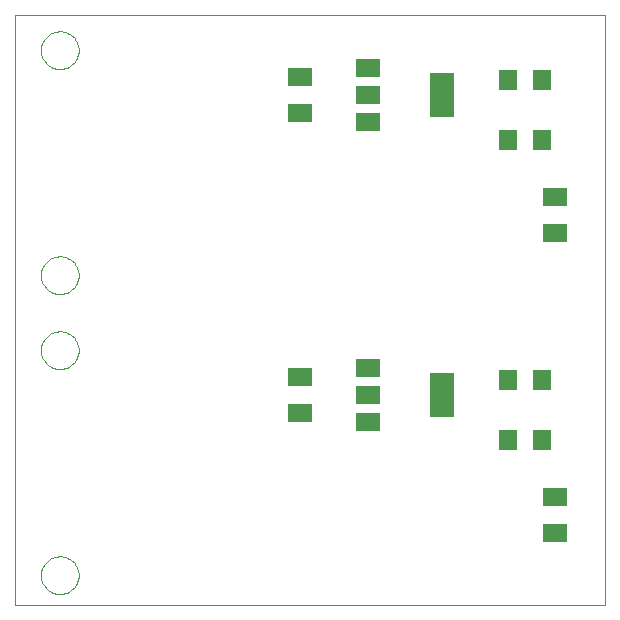
<source format=gtp>
G75*
%MOIN*%
%OFA0B0*%
%FSLAX24Y24*%
%IPPOS*%
%LPD*%
%AMOC8*
5,1,8,0,0,1.08239X$1,22.5*
%
%ADD10C,0.0000*%
%ADD11R,0.0787X0.0591*%
%ADD12R,0.0787X0.1496*%
%ADD13R,0.0630X0.0710*%
D10*
X000100Y000100D02*
X000100Y019785D01*
X019785Y019785D01*
X019785Y000100D01*
X000100Y000100D01*
X000970Y001100D02*
X000972Y001150D01*
X000978Y001200D01*
X000988Y001249D01*
X001002Y001297D01*
X001019Y001344D01*
X001040Y001389D01*
X001065Y001433D01*
X001093Y001474D01*
X001125Y001513D01*
X001159Y001550D01*
X001196Y001584D01*
X001236Y001614D01*
X001278Y001641D01*
X001322Y001665D01*
X001368Y001686D01*
X001415Y001702D01*
X001463Y001715D01*
X001513Y001724D01*
X001562Y001729D01*
X001613Y001730D01*
X001663Y001727D01*
X001712Y001720D01*
X001761Y001709D01*
X001809Y001694D01*
X001855Y001676D01*
X001900Y001654D01*
X001943Y001628D01*
X001984Y001599D01*
X002023Y001567D01*
X002059Y001532D01*
X002091Y001494D01*
X002121Y001454D01*
X002148Y001411D01*
X002171Y001367D01*
X002190Y001321D01*
X002206Y001273D01*
X002218Y001224D01*
X002226Y001175D01*
X002230Y001125D01*
X002230Y001075D01*
X002226Y001025D01*
X002218Y000976D01*
X002206Y000927D01*
X002190Y000879D01*
X002171Y000833D01*
X002148Y000789D01*
X002121Y000746D01*
X002091Y000706D01*
X002059Y000668D01*
X002023Y000633D01*
X001984Y000601D01*
X001943Y000572D01*
X001900Y000546D01*
X001855Y000524D01*
X001809Y000506D01*
X001761Y000491D01*
X001712Y000480D01*
X001663Y000473D01*
X001613Y000470D01*
X001562Y000471D01*
X001513Y000476D01*
X001463Y000485D01*
X001415Y000498D01*
X001368Y000514D01*
X001322Y000535D01*
X001278Y000559D01*
X001236Y000586D01*
X001196Y000616D01*
X001159Y000650D01*
X001125Y000687D01*
X001093Y000726D01*
X001065Y000767D01*
X001040Y000811D01*
X001019Y000856D01*
X001002Y000903D01*
X000988Y000951D01*
X000978Y001000D01*
X000972Y001050D01*
X000970Y001100D01*
X000970Y008600D02*
X000972Y008650D01*
X000978Y008700D01*
X000988Y008749D01*
X001002Y008797D01*
X001019Y008844D01*
X001040Y008889D01*
X001065Y008933D01*
X001093Y008974D01*
X001125Y009013D01*
X001159Y009050D01*
X001196Y009084D01*
X001236Y009114D01*
X001278Y009141D01*
X001322Y009165D01*
X001368Y009186D01*
X001415Y009202D01*
X001463Y009215D01*
X001513Y009224D01*
X001562Y009229D01*
X001613Y009230D01*
X001663Y009227D01*
X001712Y009220D01*
X001761Y009209D01*
X001809Y009194D01*
X001855Y009176D01*
X001900Y009154D01*
X001943Y009128D01*
X001984Y009099D01*
X002023Y009067D01*
X002059Y009032D01*
X002091Y008994D01*
X002121Y008954D01*
X002148Y008911D01*
X002171Y008867D01*
X002190Y008821D01*
X002206Y008773D01*
X002218Y008724D01*
X002226Y008675D01*
X002230Y008625D01*
X002230Y008575D01*
X002226Y008525D01*
X002218Y008476D01*
X002206Y008427D01*
X002190Y008379D01*
X002171Y008333D01*
X002148Y008289D01*
X002121Y008246D01*
X002091Y008206D01*
X002059Y008168D01*
X002023Y008133D01*
X001984Y008101D01*
X001943Y008072D01*
X001900Y008046D01*
X001855Y008024D01*
X001809Y008006D01*
X001761Y007991D01*
X001712Y007980D01*
X001663Y007973D01*
X001613Y007970D01*
X001562Y007971D01*
X001513Y007976D01*
X001463Y007985D01*
X001415Y007998D01*
X001368Y008014D01*
X001322Y008035D01*
X001278Y008059D01*
X001236Y008086D01*
X001196Y008116D01*
X001159Y008150D01*
X001125Y008187D01*
X001093Y008226D01*
X001065Y008267D01*
X001040Y008311D01*
X001019Y008356D01*
X001002Y008403D01*
X000988Y008451D01*
X000978Y008500D01*
X000972Y008550D01*
X000970Y008600D01*
X000970Y011100D02*
X000972Y011150D01*
X000978Y011200D01*
X000988Y011249D01*
X001002Y011297D01*
X001019Y011344D01*
X001040Y011389D01*
X001065Y011433D01*
X001093Y011474D01*
X001125Y011513D01*
X001159Y011550D01*
X001196Y011584D01*
X001236Y011614D01*
X001278Y011641D01*
X001322Y011665D01*
X001368Y011686D01*
X001415Y011702D01*
X001463Y011715D01*
X001513Y011724D01*
X001562Y011729D01*
X001613Y011730D01*
X001663Y011727D01*
X001712Y011720D01*
X001761Y011709D01*
X001809Y011694D01*
X001855Y011676D01*
X001900Y011654D01*
X001943Y011628D01*
X001984Y011599D01*
X002023Y011567D01*
X002059Y011532D01*
X002091Y011494D01*
X002121Y011454D01*
X002148Y011411D01*
X002171Y011367D01*
X002190Y011321D01*
X002206Y011273D01*
X002218Y011224D01*
X002226Y011175D01*
X002230Y011125D01*
X002230Y011075D01*
X002226Y011025D01*
X002218Y010976D01*
X002206Y010927D01*
X002190Y010879D01*
X002171Y010833D01*
X002148Y010789D01*
X002121Y010746D01*
X002091Y010706D01*
X002059Y010668D01*
X002023Y010633D01*
X001984Y010601D01*
X001943Y010572D01*
X001900Y010546D01*
X001855Y010524D01*
X001809Y010506D01*
X001761Y010491D01*
X001712Y010480D01*
X001663Y010473D01*
X001613Y010470D01*
X001562Y010471D01*
X001513Y010476D01*
X001463Y010485D01*
X001415Y010498D01*
X001368Y010514D01*
X001322Y010535D01*
X001278Y010559D01*
X001236Y010586D01*
X001196Y010616D01*
X001159Y010650D01*
X001125Y010687D01*
X001093Y010726D01*
X001065Y010767D01*
X001040Y010811D01*
X001019Y010856D01*
X001002Y010903D01*
X000988Y010951D01*
X000978Y011000D01*
X000972Y011050D01*
X000970Y011100D01*
X000970Y018600D02*
X000972Y018650D01*
X000978Y018700D01*
X000988Y018749D01*
X001002Y018797D01*
X001019Y018844D01*
X001040Y018889D01*
X001065Y018933D01*
X001093Y018974D01*
X001125Y019013D01*
X001159Y019050D01*
X001196Y019084D01*
X001236Y019114D01*
X001278Y019141D01*
X001322Y019165D01*
X001368Y019186D01*
X001415Y019202D01*
X001463Y019215D01*
X001513Y019224D01*
X001562Y019229D01*
X001613Y019230D01*
X001663Y019227D01*
X001712Y019220D01*
X001761Y019209D01*
X001809Y019194D01*
X001855Y019176D01*
X001900Y019154D01*
X001943Y019128D01*
X001984Y019099D01*
X002023Y019067D01*
X002059Y019032D01*
X002091Y018994D01*
X002121Y018954D01*
X002148Y018911D01*
X002171Y018867D01*
X002190Y018821D01*
X002206Y018773D01*
X002218Y018724D01*
X002226Y018675D01*
X002230Y018625D01*
X002230Y018575D01*
X002226Y018525D01*
X002218Y018476D01*
X002206Y018427D01*
X002190Y018379D01*
X002171Y018333D01*
X002148Y018289D01*
X002121Y018246D01*
X002091Y018206D01*
X002059Y018168D01*
X002023Y018133D01*
X001984Y018101D01*
X001943Y018072D01*
X001900Y018046D01*
X001855Y018024D01*
X001809Y018006D01*
X001761Y017991D01*
X001712Y017980D01*
X001663Y017973D01*
X001613Y017970D01*
X001562Y017971D01*
X001513Y017976D01*
X001463Y017985D01*
X001415Y017998D01*
X001368Y018014D01*
X001322Y018035D01*
X001278Y018059D01*
X001236Y018086D01*
X001196Y018116D01*
X001159Y018150D01*
X001125Y018187D01*
X001093Y018226D01*
X001065Y018267D01*
X001040Y018311D01*
X001019Y018356D01*
X001002Y018403D01*
X000988Y018451D01*
X000978Y018500D01*
X000972Y018550D01*
X000970Y018600D01*
D11*
X009600Y017691D03*
X009600Y016509D03*
X011860Y016194D03*
X011860Y017100D03*
X011860Y018006D03*
X018100Y013691D03*
X018100Y012509D03*
X011860Y008006D03*
X011860Y007100D03*
X011860Y006194D03*
X009600Y006509D03*
X009600Y007691D03*
X018100Y003691D03*
X018100Y002509D03*
D12*
X014340Y007100D03*
X014340Y017100D03*
D13*
X016540Y017600D03*
X017660Y017600D03*
X017660Y015600D03*
X016540Y015600D03*
X016540Y007600D03*
X017660Y007600D03*
X017660Y005600D03*
X016540Y005600D03*
M02*

</source>
